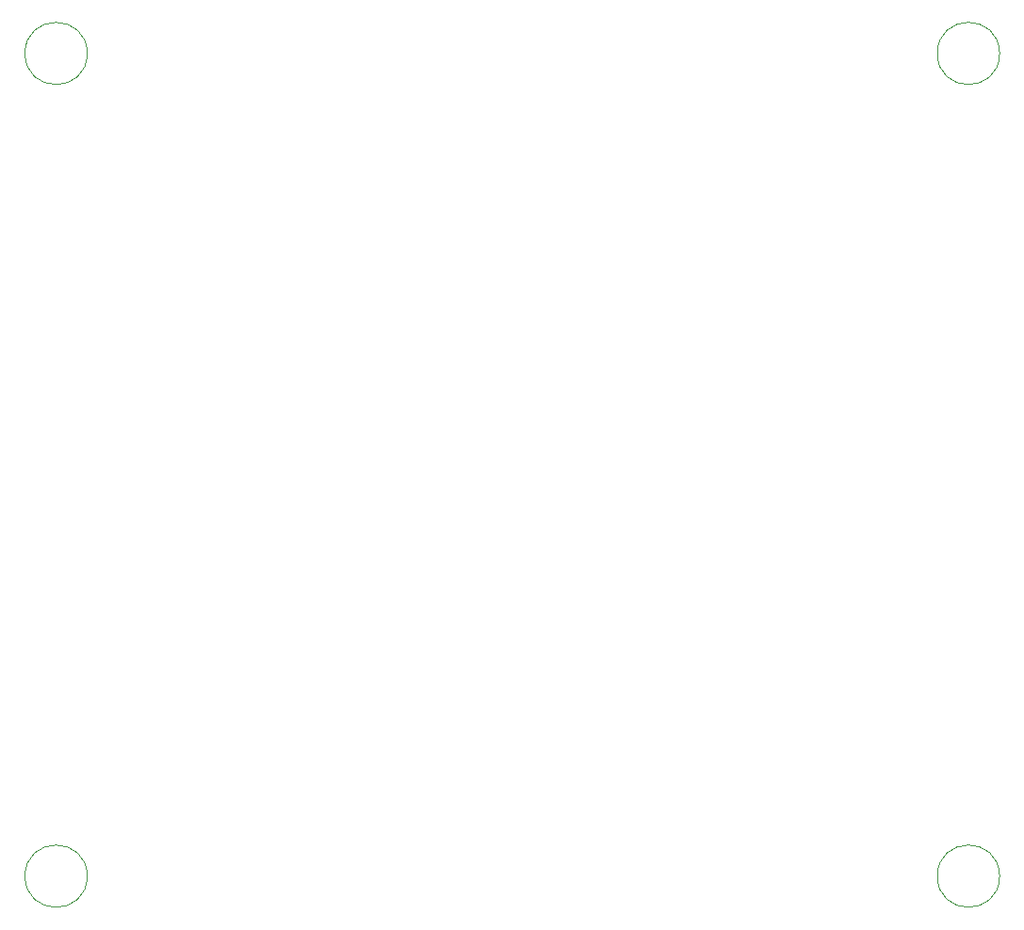
<source format=gko>
G04*
G04 #@! TF.GenerationSoftware,Altium Limited,Altium Designer,21.6.4 (81)*
G04*
G04 Layer_Color=16711935*
%FSLAX44Y44*%
%MOMM*%
G71*
G04*
G04 #@! TF.SameCoordinates,3C3A1148-CEAA-43B7-A459-4803B486FB21*
G04*
G04*
G04 #@! TF.FilePolarity,Positive*
G04*
G01*
G75*
%ADD14C,0.1000*%
D14*
X58000Y30000D02*
G03*
X58000Y30000I-28000J0D01*
G01*
Y770000D02*
G03*
X58000Y770000I-28000J0D01*
G01*
X878000D02*
G03*
X878000Y770000I-28000J0D01*
G01*
Y30000D02*
G03*
X878000Y30000I-28000J0D01*
G01*
M02*

</source>
